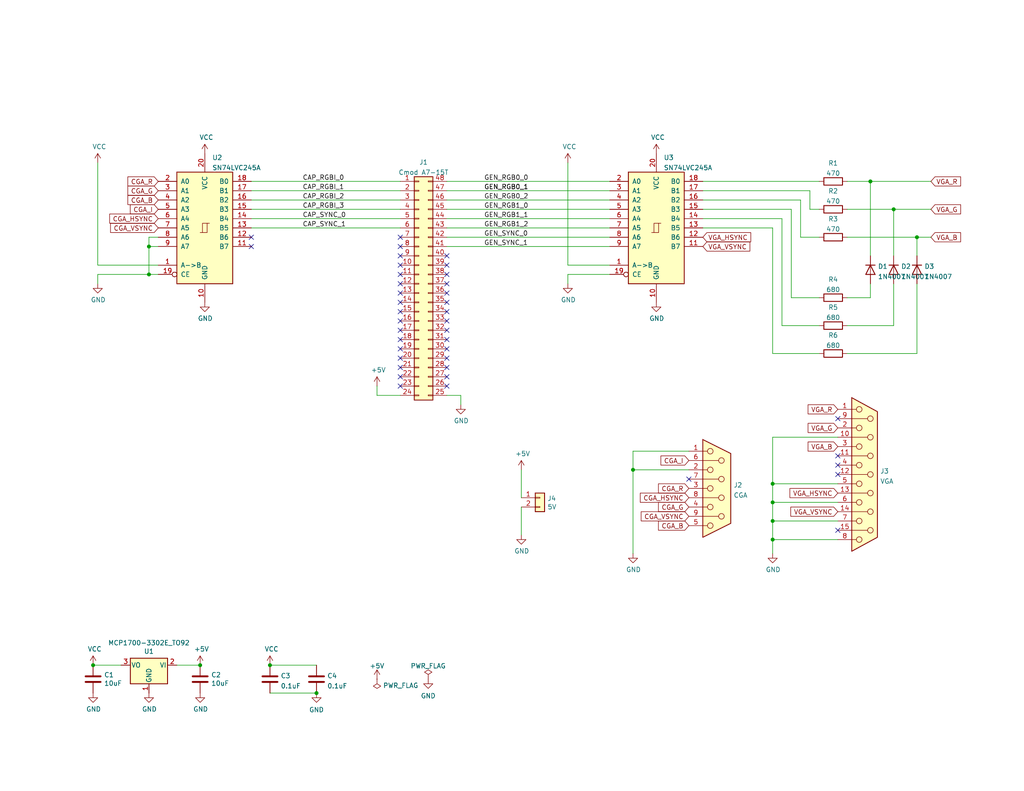
<source format=kicad_sch>
(kicad_sch (version 20211123) (generator eeschema)
  (paper "USLetter")
  (lib_symbols
    (symbol "74xx:74LS245" (pin_names (offset 1.016))
      (property "Reference" "U" (at -7.62 16.51 0))
      (property "Value" "74LS245" (at -7.62 -16.51 0))
      (symbol "74LS245_1_0"
        (polyline (pts (xy -0.635 -1.27) (xy -0.635 1.27) (xy 0.635 1.27)))
        (polyline (pts (xy -1.27 -1.27) (xy 0.635 -1.27) (xy 0.635 1.27) (xy 1.27 1.27)))
        (pin input line (at -12.7 -10.16 0) (length 5.08) (name "A->B") (number "1"))
        (pin power_in line (at 0 -20.32 90) (length 5.08) (name "GND") (number "10"))
        (pin tri_state line (at 12.7 -5.08 180) (length 5.08) (name "B7") (number "11"))
        (pin tri_state line (at 12.7 -2.54 180) (length 5.08) (name "B6") (number "12"))
        (pin tri_state line (at 12.7 0 180) (length 5.08) (name "B5") (number "13"))
        (pin tri_state line (at 12.7 2.54 180) (length 5.08) (name "B4") (number "14"))
        (pin tri_state line (at 12.7 5.08 180) (length 5.08) (name "B3") (number "15"))
        (pin tri_state line (at 12.7 7.62 180) (length 5.08) (name "B2") (number "16"))
        (pin tri_state line (at 12.7 10.16 180) (length 5.08) (name "B1") (number "17"))
        (pin tri_state line (at 12.7 12.7 180) (length 5.08) (name "B0") (number "18"))
        (pin input inverted (at -12.7 -12.7 0) (length 5.08) (name "CE") (number "19"))
        (pin tri_state line (at -12.7 12.7 0) (length 5.08) (name "A0") (number "2"))
        (pin power_in line (at 0 20.32 270) (length 5.08) (name "VCC") (number "20"))
        (pin tri_state line (at -12.7 10.16 0) (length 5.08) (name "A1") (number "3"))
        (pin tri_state line (at -12.7 7.62 0) (length 5.08) (name "A2") (number "4"))
        (pin tri_state line (at -12.7 5.08 0) (length 5.08) (name "A3") (number "5"))
        (pin tri_state line (at -12.7 2.54 0) (length 5.08) (name "A4") (number "6"))
        (pin tri_state line (at -12.7 0 0) (length 5.08) (name "A5") (number "7"))
        (pin tri_state line (at -12.7 -2.54 0) (length 5.08) (name "A6") (number "8"))
        (pin tri_state line (at -12.7 -5.08 0) (length 5.08) (name "A7") (number "9"))
      )
      (symbol "74LS245_1_1"
        (rectangle (start -7.62 15.24) (end 7.62 -15.24) (stroke (width 0.254)) (fill (type background)))
      )
    )
    (symbol "Connector:DB15_Female" (pin_names (offset 1.016) hide)
      (property "Reference" "J" (at 0.508 21.59 0))
      (property "Value" "DB15_Female" (at 0 -22.225 0))
      (symbol "DB15_Female_0_1"
        (circle (center -1.778 -17.78) (radius 0.762))
        (circle (center -1.778 -12.7) (radius 0.762))
        (circle (center -1.778 -7.62) (radius 0.762))
        (circle (center -1.778 -2.54) (radius 0.762))
        (circle (center -1.778 2.54) (radius 0.762))
        (circle (center -1.778 7.62) (radius 0.762))
        (circle (center -1.778 12.7) (radius 0.762))
        (circle (center -1.778 17.78) (radius 0.762))
        (polyline (pts (xy -3.81 -17.78) (xy -2.54 -17.78)))
        (polyline (pts (xy -3.81 -15.24) (xy 0.508 -15.24)))
        (polyline (pts (xy -3.81 -12.7) (xy -2.54 -12.7)))
        (polyline (pts (xy -3.81 -10.16) (xy 0.508 -10.16)))
        (polyline (pts (xy -3.81 -7.62) (xy -2.54 -7.62)))
        (polyline (pts (xy -3.81 -5.08) (xy 0.508 -5.08)))
        (polyline (pts (xy -3.81 -2.54) (xy -2.54 -2.54)))
        (polyline (pts (xy -3.81 0) (xy 0.508 0)))
        (polyline (pts (xy -3.81 2.54) (xy -2.54 2.54)))
        (polyline (pts (xy -3.81 5.08) (xy 0.508 5.08)))
        (polyline (pts (xy -3.81 7.62) (xy -2.54 7.62)))
        (polyline (pts (xy -3.81 10.16) (xy 0.508 10.16)))
        (polyline (pts (xy -3.81 12.7) (xy -2.54 12.7)))
        (polyline (pts (xy -3.81 15.24) (xy 0.508 15.24)))
        (polyline (pts (xy -3.81 17.78) (xy -2.54 17.78)))
        (polyline (pts (xy -3.81 20.955) (xy 3.175 17.145) (xy 3.175 -17.145) (xy -3.81 -20.955) (xy -3.81 20.955)) (stroke (width 0.254)) (fill (type background)))
        (circle (center 1.27 -15.24) (radius 0.762))
        (circle (center 1.27 -10.16) (radius 0.762))
        (circle (center 1.27 -5.08) (radius 0.762))
        (circle (center 1.27 0) (radius 0.762))
        (circle (center 1.27 5.08) (radius 0.762))
        (circle (center 1.27 10.16) (radius 0.762))
        (circle (center 1.27 15.24) (radius 0.762))
      )
      (symbol "DB15_Female_1_1"
        (pin passive line (at -7.62 17.78 0) (length 3.81) (name "1") (number "1"))
        (pin passive line (at -7.62 10.16 0) (length 3.81) (name "P10") (number "10"))
        (pin passive line (at -7.62 5.08 0) (length 3.81) (name "P111") (number "11"))
        (pin passive line (at -7.62 0 0) (length 3.81) (name "P12") (number "12"))
        (pin passive line (at -7.62 -5.08 0) (length 3.81) (name "P13") (number "13"))
        (pin passive line (at -7.62 -10.16 0) (length 3.81) (name "P14") (number "14"))
        (pin passive line (at -7.62 -15.24 0) (length 3.81) (name "P15") (number "15"))
        (pin passive line (at -7.62 12.7 0) (length 3.81) (name "2") (number "2"))
        (pin passive line (at -7.62 7.62 0) (length 3.81) (name "3") (number "3"))
        (pin passive line (at -7.62 2.54 0) (length 3.81) (name "4") (number "4"))
        (pin passive line (at -7.62 -2.54 0) (length 3.81) (name "5") (number "5"))
        (pin passive line (at -7.62 -7.62 0) (length 3.81) (name "6") (number "6"))
        (pin passive line (at -7.62 -12.7 0) (length 3.81) (name "7") (number "7"))
        (pin passive line (at -7.62 -17.78 0) (length 3.81) (name "8") (number "8"))
        (pin passive line (at -7.62 15.24 0) (length 3.81) (name "P9") (number "9"))
      )
    )
    (symbol "Connector:DB9_Female" (pin_names (offset 1.016) hide)
      (property "Reference" "J" (at 0 13.97 0))
      (property "Value" "DB9_Female" (at 0 -14.605 0))
      (symbol "DB9_Female_0_1"
        (circle (center -1.778 -10.16) (radius 0.762))
        (circle (center -1.778 -5.08) (radius 0.762))
        (circle (center -1.778 0) (radius 0.762))
        (circle (center -1.778 5.08) (radius 0.762))
        (circle (center -1.778 10.16) (radius 0.762))
        (polyline (pts (xy -3.81 -10.16) (xy -2.54 -10.16)))
        (polyline (pts (xy -3.81 -7.62) (xy 0.508 -7.62)))
        (polyline (pts (xy -3.81 -5.08) (xy -2.54 -5.08)))
        (polyline (pts (xy -3.81 -2.54) (xy 0.508 -2.54)))
        (polyline (pts (xy -3.81 0) (xy -2.54 0)))
        (polyline (pts (xy -3.81 2.54) (xy 0.508 2.54)))
        (polyline (pts (xy -3.81 5.08) (xy -2.54 5.08)))
        (polyline (pts (xy -3.81 7.62) (xy 0.508 7.62)))
        (polyline (pts (xy -3.81 10.16) (xy -2.54 10.16)))
        (polyline (pts (xy -3.81 13.335) (xy -3.81 -13.335) (xy 3.81 -9.525) (xy 3.81 9.525) (xy -3.81 13.335)) (stroke (width 0.254)) (fill (type background)))
        (circle (center 1.27 -7.62) (radius 0.762))
        (circle (center 1.27 -2.54) (radius 0.762))
        (circle (center 1.27 2.54) (radius 0.762))
        (circle (center 1.27 7.62) (radius 0.762))
      )
      (symbol "DB9_Female_1_1"
        (pin passive line (at -7.62 10.16 0) (length 3.81) (name "1") (number "1"))
        (pin passive line (at -7.62 5.08 0) (length 3.81) (name "2") (number "2"))
        (pin passive line (at -7.62 0 0) (length 3.81) (name "3") (number "3"))
        (pin passive line (at -7.62 -5.08 0) (length 3.81) (name "4") (number "4"))
        (pin passive line (at -7.62 -10.16 0) (length 3.81) (name "5") (number "5"))
        (pin passive line (at -7.62 7.62 0) (length 3.81) (name "6") (number "6"))
        (pin passive line (at -7.62 2.54 0) (length 3.81) (name "7") (number "7"))
        (pin passive line (at -7.62 -2.54 0) (length 3.81) (name "8") (number "8"))
        (pin passive line (at -7.62 -7.62 0) (length 3.81) (name "9") (number "9"))
      )
    )
    (symbol "Connector_Generic:Conn_01x02" (pin_names (offset 1.016) hide)
      (property "Reference" "J" (at 0 2.54 0))
      (property "Value" "Conn_01x02" (at 0 -5.08 0))
      (symbol "Conn_01x02_1_1"
        (rectangle (start -1.27 -2.413) (end 0 -2.667) (stroke (width 0.1524)))
        (rectangle (start -1.27 0.127) (end 0 -0.127) (stroke (width 0.1524)))
        (rectangle (start -1.27 1.27) (end 1.27 -3.81) (stroke (width 0.254)) (fill (type background)))
        (pin passive line (at -5.08 0 0) (length 3.81) (name "Pin_1") (number "1"))
        (pin passive line (at -5.08 -2.54 0) (length 3.81) (name "Pin_2") (number "2"))
      )
    )
    (symbol "Connector_Generic:Conn_02x24_Counter_Clockwise" (pin_names (offset 1.016) hide)
      (property "Reference" "J" (at 1.27 30.48 0))
      (property "Value" "Conn_02x24_Counter_Clockwise" (at 1.27 -33.02 0))
      (symbol "Conn_02x24_Counter_Clockwise_1_1"
        (rectangle (start -1.27 -30.353) (end 0 -30.607) (stroke (width 0.1524)))
        (rectangle (start -1.27 -27.813) (end 0 -28.067) (stroke (width 0.1524)))
        (rectangle (start -1.27 -25.273) (end 0 -25.527) (stroke (width 0.1524)))
        (rectangle (start -1.27 -22.733) (end 0 -22.987) (stroke (width 0.1524)))
        (rectangle (start -1.27 -20.193) (end 0 -20.447) (stroke (width 0.1524)))
        (rectangle (start -1.27 -17.653) (end 0 -17.907) (stroke (width 0.1524)))
        (rectangle (start -1.27 -15.113) (end 0 -15.367) (stroke (width 0.1524)))
        (rectangle (start -1.27 -12.573) (end 0 -12.827) (stroke (width 0.1524)))
        (rectangle (start -1.27 -10.033) (end 0 -10.287) (stroke (width 0.1524)))
        (rectangle (start -1.27 -7.493) (end 0 -7.747) (stroke (width 0.1524)))
        (rectangle (start -1.27 -4.953) (end 0 -5.207) (stroke (width 0.1524)))
        (rectangle (start -1.27 -2.413) (end 0 -2.667) (stroke (width 0.1524)))
        (rectangle (start -1.27 0.127) (end 0 -0.127) (stroke (width 0.1524)))
        (rectangle (start -1.27 2.667) (end 0 2.413) (stroke (width 0.1524)))
        (rectangle (start -1.27 5.207) (end 0 4.953) (stroke (width 0.1524)))
        (rectangle (start -1.27 7.747) (end 0 7.493) (stroke (width 0.1524)))
        (rectangle (start -1.27 10.287) (end 0 10.033) (stroke (width 0.1524)))
        (rectangle (start -1.27 12.827) (end 0 12.573) (stroke (width 0.1524)))
        (rectangle (start -1.27 15.367) (end 0 15.113) (stroke (width 0.1524)))
        (rectangle (start -1.27 17.907) (end 0 17.653) (stroke (width 0.1524)))
        (rectangle (start -1.27 20.447) (end 0 20.193) (stroke (width 0.1524)))
        (rectangle (start -1.27 22.987) (end 0 22.733) (stroke (width 0.1524)))
        (rectangle (start -1.27 25.527) (end 0 25.273) (stroke (width 0.1524)))
        (rectangle (start -1.27 28.067) (end 0 27.813) (stroke (width 0.1524)))
        (rectangle (start -1.27 29.21) (end 3.81 -31.75) (stroke (width 0.254)) (fill (type background)))
        (rectangle (start 3.81 -30.353) (end 2.54 -30.607) (stroke (width 0.1524)))
        (rectangle (start 3.81 -27.813) (end 2.54 -28.067) (stroke (width 0.1524)))
        (rectangle (start 3.81 -25.273) (end 2.54 -25.527) (stroke (width 0.1524)))
        (rectangle (start 3.81 -22.733) (end 2.54 -22.987) (stroke (width 0.1524)))
        (rectangle (start 3.81 -20.193) (end 2.54 -20.447) (stroke (width 0.1524)))
        (rectangle (start 3.81 -17.653) (end 2.54 -17.907) (stroke (width 0.1524)))
        (rectangle (start 3.81 -15.113) (end 2.54 -15.367) (stroke (width 0.1524)))
        (rectangle (start 3.81 -12.573) (end 2.54 -12.827) (stroke (width 0.1524)))
        (rectangle (start 3.81 -10.033) (end 2.54 -10.287) (stroke (width 0.1524)))
        (rectangle (start 3.81 -7.493) (end 2.54 -7.747) (stroke (width 0.1524)))
        (rectangle (start 3.81 -4.953) (end 2.54 -5.207) (stroke (width 0.1524)))
        (rectangle (start 3.81 -2.413) (end 2.54 -2.667) (stroke (width 0.1524)))
        (rectangle (start 3.81 0.127) (end 2.54 -0.127) (stroke (width 0.1524)))
        (rectangle (start 3.81 2.667) (end 2.54 2.413) (stroke (width 0.1524)))
        (rectangle (start 3.81 5.207) (end 2.54 4.953) (stroke (width 0.1524)))
        (rectangle (start 3.81 7.747) (end 2.54 7.493) (stroke (width 0.1524)))
        (rectangle (start 3.81 10.287) (end 2.54 10.033) (stroke (width 0.1524)))
        (rectangle (start 3.81 12.827) (end 2.54 12.573) (stroke (width 0.1524)))
        (rectangle (start 3.81 15.367) (end 2.54 15.113) (stroke (width 0.1524)))
        (rectangle (start 3.81 17.907) (end 2.54 17.653) (stroke (width 0.1524)))
        (rectangle (start 3.81 20.447) (end 2.54 20.193) (stroke (width 0.1524)))
        (rectangle (start 3.81 22.987) (end 2.54 22.733) (stroke (width 0.1524)))
        (rectangle (start 3.81 25.527) (end 2.54 25.273) (stroke (width 0.1524)))
        (rectangle (start 3.81 28.067) (end 2.54 27.813) (stroke (width 0.1524)))
        (pin passive line (at -5.08 27.94 0) (length 3.81) (name "Pin_1") (number "1"))
        (pin passive line (at -5.08 5.08 0) (length 3.81) (name "Pin_10") (number "10"))
        (pin passive line (at -5.08 2.54 0) (length 3.81) (name "Pin_11") (number "11"))
        (pin passive line (at -5.08 0 0) (length 3.81) (name "Pin_12") (number "12"))
        (pin passive line (at -5.08 -2.54 0) (length 3.81) (name "Pin_13") (number "13"))
        (pin passive line (at -5.08 -5.08 0) (length 3.81) (name "Pin_14") (number "14"))
        (pin passive line (at -5.08 -7.62 0) (length 3.81) (name "Pin_15") (number "15"))
        (pin passive line (at -5.08 -10.16 0) (length 3.81) (name "Pin_16") (number "16"))
        (pin passive line (at -5.08 -12.7 0) (length 3.81) (name "Pin_17") (number "17"))
        (pin passive line (at -5.08 -15.24 0) (length 3.81) (name "Pin_18") (number "18"))
        (pin passive line (at -5.08 -17.78 0) (length 3.81) (name "Pin_19") (number "19"))
        (pin passive line (at -5.08 25.4 0) (length 3.81) (name "Pin_2") (number "2"))
        (pin passive line (at -5.08 -20.32 0) (length 3.81) (name "Pin_20") (number "20"))
        (pin passive line (at -5.08 -22.86 0) (length 3.81) (name "Pin_21") (number "21"))
        (pin passive line (at -5.08 -25.4 0) (length 3.81) (name "Pin_22") (number "22"))
        (pin passive line (at -5.08 -27.94 0) (length 3.81) (name "Pin_23") (number "23"))
        (pin passive line (at -5.08 -30.48 0) (length 3.81) (name "Pin_24") (number "24"))
        (pin passive line (at 7.62 -30.48 180) (length 3.81) (name "Pin_25") (number "25"))
        (pin passive line (at 7.62 -27.94 180) (length 3.81) (name "Pin_26") (number "26"))
        (pin passive line (at 7.62 -25.4 180) (length 3.81) (name "Pin_27") (number "27"))
        (pin passive line (at 7.62 -22.86 180) (length 3.81) (name "Pin_28") (number "28"))
        (pin passive line (at 7.62 -20.32 180) (length 3.81) (name "Pin_29") (number "29"))
        (pin passive line (at -5.08 22.86 0) (length 3.81) (name "Pin_3") (number "3"))
        (pin passive line (at 7.62 -17.78 180) (length 3.81) (name "Pin_30") (number "30"))
        (pin passive line (at 7.62 -15.24 180) (length 3.81) (name "Pin_31") (number "31"))
        (pin passive line (at 7.62 -12.7 180) (length 3.81) (name "Pin_32") (number "32"))
        (pin passive line (at 7.62 -10.16 180) (length 3.81) (name "Pin_33") (number "33"))
        (pin passive line (at 7.62 -7.62 180) (length 3.81) (name "Pin_34") (number "34"))
        (pin passive line (at 7.62 -5.08 180) (length 3.81) (name "Pin_35") (number "35"))
        (pin passive line (at 7.62 -2.54 180) (length 3.81) (name "Pin_36") (number "36"))
        (pin passive line (at 7.62 0 180) (length 3.81) (name "Pin_37") (number "37"))
        (pin passive line (at 7.62 2.54 180) (length 3.81) (name "Pin_38") (number "38"))
        (pin passive line (at 7.62 5.08 180) (length 3.81) (name "Pin_39") (number "39"))
        (pin passive line (at -5.08 20.32 0) (length 3.81) (name "Pin_4") (number "4"))
        (pin passive line (at 7.62 7.62 180) (length 3.81) (name "Pin_40") (number "40"))
        (pin passive line (at 7.62 10.16 180) (length 3.81) (name "Pin_41") (number "41"))
        (pin passive line (at 7.62 12.7 180) (length 3.81) (name "Pin_42") (number "42"))
        (pin passive line (at 7.62 15.24 180) (length 3.81) (name "Pin_43") (number "43"))
        (pin passive line (at 7.62 17.78 180) (length 3.81) (name "Pin_44") (number "44"))
        (pin passive line (at 7.62 20.32 180) (length 3.81) (name "Pin_45") (number "45"))
        (pin passive line (at 7.62 22.86 180) (length 3.81) (name "Pin_46") (number "46"))
        (pin passive line (at 7.62 25.4 180) (length 3.81) (name "Pin_47") (number "47"))
        (pin passive line (at 7.62 27.94 180) (length 3.81) (name "Pin_48") (number "48"))
        (pin passive line (at -5.08 17.78 0) (length 3.81) (name "Pin_5") (number "5"))
        (pin passive line (at -5.08 15.24 0) (length 3.81) (name "Pin_6") (number "6"))
        (pin passive line (at -5.08 12.7 0) (length 3.81) (name "Pin_7") (number "7"))
        (pin passive line (at -5.08 10.16 0) (length 3.81) (name "Pin_8") (number "8"))
        (pin passive line (at -5.08 7.62 0) (length 3.81) (name "Pin_9") (number "9"))
      )
    )
    (symbol "Device:C" (pin_numbers hide) (pin_names (offset 0.254))
      (property "Reference" "C" (at 0.635 2.54 0))
      (property "Value" "C" (at 0.635 -2.54 0))
      (symbol "C_0_1"
        (polyline (pts (xy -2.032 -0.762) (xy 2.032 -0.762)) (stroke (width 0.508)))
        (polyline (pts (xy -2.032 0.762) (xy 2.032 0.762)) (stroke (width 0.508)))
      )
      (symbol "C_1_1"
        (pin passive line (at 0 3.81 270) (length 2.794) (name "~") (number "1"))
        (pin passive line (at 0 -3.81 90) (length 2.794) (name "~") (number "2"))
      )
    )
    (symbol "Device:D" (pin_numbers hide) (pin_names (offset 1.016) hide)
      (property "Reference" "D" (at 0 2.54 0))
      (property "Value" "D" (at 0 -2.54 0))
      (symbol "D_0_1"
        (polyline (pts (xy -1.27 1.27) (xy -1.27 -1.27)) (stroke (width 0.254)))
        (polyline (pts (xy 1.27 0) (xy -1.27 0)))
        (polyline (pts (xy 1.27 1.27) (xy 1.27 -1.27) (xy -1.27 0) (xy 1.27 1.27)) (stroke (width 0.254)))
      )
      (symbol "D_1_1"
        (pin passive line (at -3.81 0 0) (length 2.54) (name "K") (number "1"))
        (pin passive line (at 3.81 0 180) (length 2.54) (name "A") (number "2"))
      )
    )
    (symbol "Device:R" (pin_numbers hide) (pin_names (offset 0))
      (property "Reference" "R" (at 2.032 0 90))
      (property "Value" "R" (at 0 0 90))
      (symbol "R_0_1"
        (rectangle (start -1.016 -2.54) (end 1.016 2.54) (stroke (width 0.254)))
      )
      (symbol "R_1_1"
        (pin passive line (at 0 3.81 270) (length 1.27) (name "~") (number "1"))
        (pin passive line (at 0 -3.81 90) (length 1.27) (name "~") (number "2"))
      )
    )
    (symbol "Regulator_Linear:MCP1700-3302E_TO92" (pin_names (offset 0.254))
      (property "Reference" "U" (at -3.81 -3.175 0))
      (property "Value" "MCP1700-3302E_TO92" (at 0 -3.175 0))
      (symbol "MCP1700-3302E_TO92_0_1"
        (rectangle (start -5.08 5.08) (end 5.08 -1.905) (stroke (width 0.254)) (fill (type background)))
      )
      (symbol "MCP1700-3302E_TO92_1_1"
        (pin power_in line (at 0 7.62 270) (length 2.54) (name "GND") (number "1"))
        (pin power_in line (at -7.62 0 0) (length 2.54) (name "VI") (number "2"))
        (pin power_out line (at 7.62 0 180) (length 2.54) (name "VO") (number "3"))
      )
    )
    (symbol "power:+5V" (power) (pin_names (offset 0))
      (property "Value" "+5V" (at 0 3.556 0))
      (symbol "+5V_0_1"
        (polyline (pts (xy -0.762 1.27) (xy 0 2.54)))
        (polyline (pts (xy 0 0) (xy 0 2.54)))
        (polyline (pts (xy 0 2.54) (xy 0.762 1.27)))
      )
      (symbol "+5V_1_1"
        (pin power_in line (at 0 0 90) (length 0) hide (name "+5V") (number "1"))
      )
    )
    (symbol "power:GND" (power) (pin_names (offset 0))
      (property "Value" "GND" (at 0 -3.81 0))
      (symbol "GND_0_1"
        (polyline (pts (xy 0 0) (xy 0 -1.27) (xy 1.27 -1.27) (xy 0 -2.54) (xy -1.27 -1.27) (xy 0 -1.27)))
      )
      (symbol "GND_1_1"
        (pin power_in line (at 0 0 270) (length 0) hide (name "GND") (number "1"))
      )
    )
    (symbol "power:PWR_FLAG" (power) (pin_numbers hide) (pin_names (offset 0) hide)
      (property "Value" "PWR_FLAG" (at 0 3.81 0))
      (symbol "PWR_FLAG_0_0"
        (pin power_out line (at 0 0 90) (length 0) (name "pwr") (number "1"))
      )
      (symbol "PWR_FLAG_0_1"
        (polyline (pts (xy 0 0) (xy 0 1.27) (xy -1.016 1.905) (xy 0 2.54) (xy 1.016 1.905) (xy 0 1.27)))
      )
    )
    (symbol "power:VCC" (power) (pin_names (offset 0))
      (property "Value" "VCC" (at 0 3.81 0))
      (symbol "VCC_0_1"
        (polyline (pts (xy -0.762 1.27) (xy 0 2.54)))
        (polyline (pts (xy 0 0) (xy 0 2.54)))
        (polyline (pts (xy 0 2.54) (xy 0.762 1.27)))
      )
      (symbol "VCC_1_1"
        (pin power_in line (at 0 0 90) (length 0) hide (name "VCC") (number "1"))
      )
    )
  )
  (junction (at 210.82 132.08))
  (junction (at 210.82 137.16))
  (junction (at 54.61 181.61))
  (junction (at 243.84 57.15))
  (junction (at 40.64 67.31))
  (junction (at 86.36 189.23))
  (junction (at 40.64 74.93))
  (junction (at 73.66 181.61))
  (junction (at 172.72 128.27))
  (junction (at 210.82 147.32))
  (junction (at 250.19 64.77))
  (junction (at 237.49 49.53))
  (junction (at 210.82 142.24))
  (junction (at 25.4 181.61))
  (no_connect (at 228.6 144.78))
  (no_connect (at 121.92 85.09))
  (no_connect (at 121.92 87.63))
  (no_connect (at 121.92 90.17))
  (no_connect (at 121.92 92.71))
  (no_connect (at 121.92 95.25))
  (no_connect (at 121.92 97.79))
  (no_connect (at 121.92 105.41))
  (no_connect (at 121.92 102.87))
  (no_connect (at 121.92 100.33))
  (no_connect (at 109.22 92.71))
  (no_connect (at 109.22 90.17))
  (no_connect (at 109.22 87.63))
  (no_connect (at 109.22 85.09))
  (no_connect (at 109.22 82.55))
  (no_connect (at 109.22 80.01))
  (no_connect (at 109.22 77.47))
  (no_connect (at 109.22 74.93))
  (no_connect (at 109.22 105.41))
  (no_connect (at 109.22 102.87))
  (no_connect (at 109.22 100.33))
  (no_connect (at 109.22 95.25))
  (no_connect (at 109.22 97.79))
  (no_connect (at 121.92 72.39))
  (no_connect (at 121.92 74.93))
  (no_connect (at 121.92 77.47))
  (no_connect (at 121.92 80.01))
  (no_connect (at 121.92 82.55))
  (no_connect (at 109.22 72.39))
  (no_connect (at 109.22 69.85))
  (no_connect (at 109.22 67.31))
  (no_connect (at 109.22 64.77))
  (no_connect (at 121.92 69.85))
  (no_connect (at 228.6 129.54))
  (no_connect (at 228.6 127))
  (no_connect (at 228.6 114.3))
  (no_connect (at 187.96 130.81))
  (no_connect (at 68.58 64.77))
  (no_connect (at 68.58 67.31))
  (no_connect (at 228.6 124.46))
  (wire (pts (xy 243.84 57.15) (xy 243.84 69.85)))
  (wire (pts (xy 250.19 64.77) (xy 250.19 69.85)))
  (wire (pts (xy 231.14 57.15) (xy 243.84 57.15)))
  (wire (pts (xy 210.82 147.32) (xy 210.82 151.13)))
  (wire (pts (xy 68.58 59.69) (xy 109.22 59.69)))
  (wire (pts (xy 121.92 107.95) (xy 125.73 107.95)))
  (wire (pts (xy 121.92 52.07) (xy 166.37 52.07)))
  (wire (pts (xy 40.64 64.77) (xy 40.64 67.31)))
  (wire (pts (xy 40.64 74.93) (xy 43.18 74.93)))
  (wire (pts (xy 243.84 77.47) (xy 243.84 88.9)))
  (wire (pts (xy 121.92 67.31) (xy 166.37 67.31)))
  (wire (pts (xy 191.77 52.07) (xy 220.98 52.07)))
  (wire (pts (xy 121.92 64.77) (xy 166.37 64.77)))
  (wire (pts (xy 218.44 64.77) (xy 223.52 64.77)))
  (wire (pts (xy 210.82 137.16) (xy 210.82 142.24)))
  (wire (pts (xy 154.94 74.93) (xy 166.37 74.93)))
  (wire (pts (xy 210.82 132.08) (xy 210.82 137.16)))
  (wire (pts (xy 68.58 52.07) (xy 109.22 52.07)))
  (wire (pts (xy 172.72 123.19) (xy 172.72 128.27)))
  (wire (pts (xy 121.92 54.61) (xy 166.37 54.61)))
  (wire (pts (xy 210.82 62.23) (xy 210.82 96.52)))
  (wire (pts (xy 26.67 44.45) (xy 26.67 72.39)))
  (wire (pts (xy 73.66 181.61) (xy 86.36 181.61)))
  (wire (pts (xy 172.72 128.27) (xy 172.72 151.13)))
  (wire (pts (xy 154.94 44.45) (xy 154.94 72.39)))
  (wire (pts (xy 121.92 62.23) (xy 166.37 62.23)))
  (wire (pts (xy 231.14 81.28) (xy 237.49 81.28)))
  (wire (pts (xy 250.19 77.47) (xy 250.19 96.52)))
  (wire (pts (xy 210.82 132.08) (xy 228.6 132.08)))
  (wire (pts (xy 68.58 62.23) (xy 109.22 62.23)))
  (wire (pts (xy 220.98 52.07) (xy 220.98 57.15)))
  (wire (pts (xy 237.49 77.47) (xy 237.49 81.28)))
  (wire (pts (xy 154.94 72.39) (xy 166.37 72.39)))
  (wire (pts (xy 237.49 49.53) (xy 254 49.53)))
  (wire (pts (xy 172.72 128.27) (xy 187.96 128.27)))
  (wire (pts (xy 26.67 74.93) (xy 26.67 77.47)))
  (wire (pts (xy 228.6 119.38) (xy 210.82 119.38)))
  (wire (pts (xy 228.6 137.16) (xy 210.82 137.16)))
  (wire (pts (xy 26.67 72.39) (xy 43.18 72.39)))
  (wire (pts (xy 231.14 88.9) (xy 243.84 88.9)))
  (wire (pts (xy 48.26 181.61) (xy 54.61 181.61)))
  (wire (pts (xy 191.77 59.69) (xy 213.36 59.69)))
  (wire (pts (xy 40.64 67.31) (xy 43.18 67.31)))
  (wire (pts (xy 172.72 123.19) (xy 187.96 123.19)))
  (wire (pts (xy 25.4 181.61) (xy 33.02 181.61)))
  (wire (pts (xy 243.84 57.15) (xy 254 57.15)))
  (wire (pts (xy 210.82 142.24) (xy 228.6 142.24)))
  (wire (pts (xy 213.36 59.69) (xy 213.36 88.9)))
  (wire (pts (xy 121.92 59.69) (xy 166.37 59.69)))
  (wire (pts (xy 68.58 57.15) (xy 109.22 57.15)))
  (wire (pts (xy 215.9 57.15) (xy 215.9 81.28)))
  (wire (pts (xy 142.24 138.43) (xy 142.24 146.05)))
  (wire (pts (xy 40.64 67.31) (xy 40.64 74.93)))
  (wire (pts (xy 191.77 62.23) (xy 210.82 62.23)))
  (wire (pts (xy 215.9 81.28) (xy 223.52 81.28)))
  (wire (pts (xy 220.98 57.15) (xy 223.52 57.15)))
  (wire (pts (xy 121.92 57.15) (xy 166.37 57.15)))
  (wire (pts (xy 231.14 49.53) (xy 237.49 49.53)))
  (wire (pts (xy 73.66 189.23) (xy 86.36 189.23)))
  (wire (pts (xy 210.82 96.52) (xy 223.52 96.52)))
  (wire (pts (xy 250.19 64.77) (xy 254 64.77)))
  (wire (pts (xy 237.49 49.53) (xy 237.49 69.85)))
  (wire (pts (xy 125.73 107.95) (xy 125.73 110.49)))
  (wire (pts (xy 191.77 57.15) (xy 215.9 57.15)))
  (wire (pts (xy 231.14 96.52) (xy 250.19 96.52)))
  (wire (pts (xy 210.82 142.24) (xy 210.82 147.32)))
  (wire (pts (xy 43.18 64.77) (xy 40.64 64.77)))
  (wire (pts (xy 26.67 74.93) (xy 40.64 74.93)))
  (wire (pts (xy 210.82 147.32) (xy 228.6 147.32)))
  (wire (pts (xy 213.36 88.9) (xy 223.52 88.9)))
  (wire (pts (xy 142.24 135.89) (xy 142.24 128.27)))
  (wire (pts (xy 68.58 49.53) (xy 109.22 49.53)))
  (wire (pts (xy 154.94 74.93) (xy 154.94 77.47)))
  (wire (pts (xy 218.44 54.61) (xy 218.44 64.77)))
  (wire (pts (xy 191.77 49.53) (xy 223.52 49.53)))
  (wire (pts (xy 231.14 64.77) (xy 250.19 64.77)))
  (wire (pts (xy 102.87 107.95) (xy 102.87 105.41)))
  (wire (pts (xy 191.77 54.61) (xy 218.44 54.61)))
  (wire (pts (xy 210.82 119.38) (xy 210.82 132.08)))
  (wire (pts (xy 109.22 107.95) (xy 102.87 107.95)))
  (wire (pts (xy 68.58 54.61) (xy 109.22 54.61)))
  (wire (pts (xy 121.92 49.53) (xy 166.37 49.53)))
  (label "GEN_RGB0_1" (at 132.08 52.07 0))
  (label "GEN_SYNC_0" (at 132.08 64.77 0))
  (label "GEN_RGB0_0" (at 132.08 49.53 0))
  (label "CAP_RGBI_2" (at 82.55 54.61 0))
  (label "CAP_RGBI_0" (at 82.55 49.53 0))
  (label "GEN_RGB1_0" (at 132.08 57.15 0))
  (label "CAP_SYNC_0" (at 82.55 59.69 0))
  (label "CAP_RGBI_3" (at 82.55 57.15 0))
  (label "GEN_RGB0_1" (at 132.08 52.07 0))
  (label "GEN_RGB0_2" (at 132.08 54.61 0))
  (label "GEN_RGB1_1" (at 132.08 59.69 0))
  (label "GEN_SYNC_1" (at 132.08 67.31 0))
  (label "CAP_SYNC_1" (at 82.55 62.23 0))
  (label "GEN_RGB1_2" (at 132.08 62.23 0))
  (label "CAP_RGBI_1" (at 82.55 52.07 0))
  (global_label "CGA_VSYNC" (shape input) (at 43.18 62.23 180) (property "Intersheet References" "${INTERSHEET_REFS}" (effects hide)))
  (global_label "CGA_HSYNC" (shape input) (at 43.18 59.69 180) (property "Intersheet References" "${INTERSHEET_REFS}" (effects hide)))
  (global_label "VGA_HSYNC" (shape input) (at 191.77 64.77 0) (property "Intersheet References" "${INTERSHEET_REFS}" (effects hide)))
  (global_label "VGA_HSYNC" (shape input) (at 228.6 134.62 180) (property "Intersheet References" "${INTERSHEET_REFS}" (effects hide)))
  (global_label "CGA_G" (shape input) (at 43.18 52.07 180) (property "Intersheet References" "${INTERSHEET_REFS}" (effects hide)))
  (global_label "CGA_I" (shape input) (at 187.96 125.73 180) (property "Intersheet References" "${INTERSHEET_REFS}" (effects hide)))
  (global_label "CGA_R" (shape input) (at 187.96 133.35 180) (property "Intersheet References" "${INTERSHEET_REFS}" (effects hide)))
  (global_label "CGA_B" (shape input) (at 187.96 143.51 180) (property "Intersheet References" "${INTERSHEET_REFS}" (effects hide)))
  (global_label "VGA_G" (shape input) (at 228.6 116.84 180) (property "Intersheet References" "${INTERSHEET_REFS}" (effects hide)))
  (global_label "VGA_B" (shape input) (at 228.6 121.92 180) (property "Intersheet References" "${INTERSHEET_REFS}" (effects hide)))
  (global_label "CGA_VSYNC" (shape input) (at 187.96 140.97 180) (property "Intersheet References" "${INTERSHEET_REFS}" (effects hide)))
  (global_label "CGA_R" (shape input) (at 43.18 49.53 180) (property "Intersheet References" "${INTERSHEET_REFS}" (effects hide)))
  (global_label "CGA_HSYNC" (shape input) (at 187.96 135.89 180) (property "Intersheet References" "${INTERSHEET_REFS}" (effects hide)))
  (global_label "VGA_G" (shape input) (at 254 57.15 0) (property "Intersheet References" "${INTERSHEET_REFS}" (effects hide)))
  (global_label "VGA_R" (shape input) (at 228.6 111.76 180) (property "Intersheet References" "${INTERSHEET_REFS}" (effects hide)))
  (global_label "VGA_VSYNC" (shape input) (at 191.77 67.31 0) (property "Intersheet References" "${INTERSHEET_REFS}" (effects hide)))
  (global_label "CGA_G" (shape input) (at 187.96 138.43 180) (property "Intersheet References" "${INTERSHEET_REFS}" (effects hide)))
  (global_label "VGA_B" (shape input) (at 254 64.77 0) (property "Intersheet References" "${INTERSHEET_REFS}" (effects hide)))
  (global_label "CGA_I" (shape input) (at 43.18 57.15 180) (property "Intersheet References" "${INTERSHEET_REFS}" (effects hide)))
  (global_label "VGA_VSYNC" (shape input) (at 228.6 139.7 180) (property "Intersheet References" "${INTERSHEET_REFS}" (effects hide)))
  (global_label "CGA_B" (shape input) (at 43.18 54.61 180) (property "Intersheet References" "${INTERSHEET_REFS}" (effects hide)))
  (global_label "VGA_R" (shape input) (at 254 49.53 0) (property "Intersheet References" "${INTERSHEET_REFS}" (effects hide)))
  (symbol (lib_id "Device:R") (at 227.33 81.28 90) (unit 1)
    (property "Reference" "R4" (at 227.33 76.2975 90))
    (property "Value" "680" (at 227.33 79.0726 90))
    (property "Footprint" "Resistor_THT:R_Axial_DIN0207_L6.3mm_D2.5mm_P7.62mm_Horizontal" (effects hide))
  )
  (symbol (lib_id "power:+5V") (at 142.24 128.27 0) (unit 1)
    (property "Reference" "#PWR020" (effects hide))
    (property "Value" "+5V" (at 142.621 123.8758 0))
  )
  (symbol (lib_id "power:GND") (at 116.84 185.42 0) (unit 1)
    (property "Reference" "#PWR0102" (effects hide))
    (property "Value" "GND" (at 116.84 189.9825 0))
  )
  (symbol (lib_id "Connector:DB9_Female") (at 195.58 133.35 0) (unit 1)
    (property "Reference" "J2" (at 200.152 132.4415 0) (effects (justify left)))
    (property "Value" "CGA" (at 200.152 135.2166 0) (effects (justify left)))
    (property "Footprint" "cga2vga:LD09S13A4GX00LF" (effects hide))
    (property "Datasheet" " ~" (effects hide))
  )
  (symbol (lib_id "Device:C") (at 25.4 185.42 0) (unit 1)
    (property "Reference" "C1" (at 28.3972 184.2516 0) (effects (justify left)))
    (property "Value" "10uF" (at 28.3972 186.563 0) (effects (justify left)))
    (property "Footprint" "Capacitor_THT:C_Disc_D5.0mm_W2.5mm_P5.00mm" (effects hide))
  )
  (symbol (lib_id "power:GND") (at 55.88 82.55 0) (unit 1)
    (property "Reference" "#PWR09" (effects hide))
    (property "Value" "GND" (at 56.007 86.9442 0))
  )
  (symbol (lib_id "Device:D") (at 243.84 73.66 270) (unit 1)
    (property "Reference" "D2" (at 245.872 72.7515 90) (effects (justify left)))
    (property "Value" "1N4007" (at 245.872 75.5266 90) (effects (justify left)))
    (property "Footprint" "Diode_THT:D_A-405_P7.62mm_Horizontal" (effects hide))
  )
  (symbol (lib_id "power:+5V") (at 102.87 185.42 0) (unit 1)
    (property "Reference" "#PWR0103" (effects hide))
    (property "Value" "+5V" (at 102.87 181.8155 0))
  )
  (symbol (lib_id "Device:R") (at 227.33 88.9 90) (unit 1)
    (property "Reference" "R5" (at 227.33 83.9175 90))
    (property "Value" "680" (at 227.33 86.6926 90))
    (property "Footprint" "Resistor_THT:R_Axial_DIN0207_L6.3mm_D2.5mm_P7.62mm_Horizontal" (effects hide))
  )
  (symbol (lib_id "Connector_Generic:Conn_01x02") (at 147.32 135.89 0) (unit 1)
    (property "Reference" "J4" (at 149.352 136.0932 0) (effects (justify left)))
    (property "Value" "5V" (at 149.352 138.4046 0) (effects (justify left)))
    (property "Footprint" "cga2vga:SHDR2W66P0X254_1X2_508X572X813P" (effects hide))
  )
  (symbol (lib_id "power:VCC") (at 55.88 41.91 0) (unit 1)
    (property "Reference" "#PWR08" (effects hide))
    (property "Value" "VCC" (at 56.3118 37.5158 0))
  )
  (symbol (lib_id "power:PWR_FLAG") (at 102.87 185.42 180) (unit 1)
    (property "Reference" "#FLG0102" (effects hide))
    (property "Value" "PWR_FLAG" (at 104.521 187.169 0) (effects (justify right)))
  )
  (symbol (lib_id "Device:C") (at 73.66 185.42 0) (unit 1)
    (property "Reference" "C3" (at 76.581 184.5115 0) (effects (justify left)))
    (property "Value" "0.1uF" (at 76.581 187.2866 0) (effects (justify left)))
    (property "Footprint" "Capacitor_THT:C_Disc_D3.0mm_W1.6mm_P2.50mm" (effects hide))
  )
  (symbol (lib_id "Connector_Generic:Conn_02x24_Counter_Clockwise") (at 114.3 77.47 0) (unit 1)
    (property "Reference" "J1" (at 115.57 44.2935 0))
    (property "Value" "Cmod A7-15T" (at 115.57 47.0686 0))
    (property "Footprint" "Package_DIP:DIP-48_W15.24mm_Socket" (effects hide))
  )
  (symbol (lib_id "power:GND") (at 54.61 189.23 0) (unit 1)
    (property "Reference" "#PWR07" (effects hide))
    (property "Value" "GND" (at 54.737 193.6242 0))
  )
  (symbol (lib_id "power:GND") (at 26.67 77.47 0) (unit 1)
    (property "Reference" "#PWR04" (effects hide))
    (property "Value" "GND" (at 26.797 81.8642 0))
  )
  (symbol (lib_id "power:GND") (at 86.36 189.23 0) (unit 1)
    (property "Reference" "#PWR019" (effects hide))
    (property "Value" "GND" (at 86.36 193.7925 0))
  )
  (symbol (lib_id "Device:C") (at 86.36 185.42 0) (unit 1)
    (property "Reference" "C4" (at 89.281 184.5115 0) (effects (justify left)))
    (property "Value" "0.1uF" (at 89.281 187.2866 0) (effects (justify left)))
    (property "Footprint" "Capacitor_THT:C_Disc_D3.0mm_W1.6mm_P2.50mm" (effects hide))
  )
  (symbol (lib_id "74xx:74LS245") (at 55.88 62.23 0) (unit 1)
    (property "Reference" "U2" (at 57.8994 43.0235 0) (effects (justify left)))
    (property "Value" "SN74LVC245A" (at 57.8994 45.7986 0) (effects (justify left)))
    (property "Footprint" "Package_DIP:DIP-20_W7.62mm_Socket" (effects hide))
    (property "Datasheet" "http://www.ti.com/lit/gpn/sn74LS245" (effects hide))
  )
  (symbol (lib_id "power:VCC") (at 179.07 41.91 0) (unit 1)
    (property "Reference" "#PWR015" (effects hide))
    (property "Value" "VCC" (at 179.5018 37.5158 0))
  )
  (symbol (lib_id "power:GND") (at 125.73 110.49 0) (unit 1)
    (property "Reference" "#PWR011" (effects hide))
    (property "Value" "GND" (at 125.857 114.8842 0))
  )
  (symbol (lib_id "power:PWR_FLAG") (at 116.84 185.42 0) (unit 1)
    (property "Reference" "#FLG0101" (effects hide))
    (property "Value" "PWR_FLAG" (at 116.84 181.8155 0))
  )
  (symbol (lib_id "Connector:DB15_Female") (at 236.22 129.54 0) (unit 1)
    (property "Reference" "J3" (at 240.157 128.6315 0) (effects (justify left)))
    (property "Value" "VGA" (at 240.157 131.4066 0) (effects (justify left)))
    (property "Footprint" "cga2vga:L77HDE15SD1CH4F" (effects hide))
    (property "Datasheet" " ~" (effects hide))
  )
  (symbol (lib_id "power:GND") (at 142.24 146.05 0) (unit 1)
    (property "Reference" "#PWR021" (effects hide))
    (property "Value" "GND" (at 142.367 150.4442 0))
  )
  (symbol (lib_id "power:VCC") (at 73.66 181.61 0) (unit 1)
    (property "Reference" "#PWR0101" (effects hide))
    (property "Value" "VCC" (at 74.0918 177.2158 0))
  )
  (symbol (lib_id "Regulator_Linear:MCP1700-3302E_TO92") (at 40.64 181.61 180) (unit 1)
    (property "Reference" "U1" (at 40.64 177.8254 0))
    (property "Value" "MCP1700-3302E_TO92" (at 40.64 175.514 0))
    (property "Footprint" "Package_TO_SOT_THT:TO-92_HandSolder" (effects hide))
    (property "Datasheet" "http://ww1.microchip.com/downloads/en/DeviceDoc/20001826D.pdf" (effects hide))
  )
  (symbol (lib_id "Device:R") (at 227.33 57.15 90) (unit 1)
    (property "Reference" "R2" (at 227.33 52.1675 90))
    (property "Value" "470" (at 227.33 54.9426 90))
    (property "Footprint" "Resistor_THT:R_Axial_DIN0207_L6.3mm_D2.5mm_P7.62mm_Horizontal" (effects hide))
  )
  (symbol (lib_id "power:VCC") (at 25.4 181.61 0) (unit 1)
    (property "Reference" "#PWR01" (effects hide))
    (property "Value" "VCC" (at 25.8318 177.2158 0))
  )
  (symbol (lib_id "power:GND") (at 210.82 151.13 0) (unit 1)
    (property "Reference" "#PWR017" (effects hide))
    (property "Value" "GND" (at 210.947 155.5242 0))
  )
  (symbol (lib_id "Device:R") (at 227.33 49.53 90) (unit 1)
    (property "Reference" "R1" (at 227.33 44.5475 90))
    (property "Value" "470" (at 227.33 47.3226 90))
    (property "Footprint" "Resistor_THT:R_Axial_DIN0207_L6.3mm_D2.5mm_P7.62mm_Horizontal" (effects hide))
  )
  (symbol (lib_id "Device:D") (at 250.19 73.66 270) (unit 1)
    (property "Reference" "D3" (at 252.222 72.7515 90) (effects (justify left)))
    (property "Value" "1N4007" (at 252.222 75.5266 90) (effects (justify left)))
    (property "Footprint" "Diode_THT:D_A-405_P7.62mm_Horizontal" (effects hide))
  )
  (symbol (lib_id "Device:C") (at 54.61 185.42 0) (unit 1)
    (property "Reference" "C2" (at 57.6072 184.2516 0) (effects (justify left)))
    (property "Value" "10uF" (at 57.6072 186.563 0) (effects (justify left)))
    (property "Footprint" "Capacitor_THT:C_Disc_D5.0mm_W2.5mm_P5.00mm" (effects hide))
  )
  (symbol (lib_id "74xx:74LS245") (at 179.07 62.23 0) (unit 1)
    (property "Reference" "U3" (at 181.0894 43.0235 0) (effects (justify left)))
    (property "Value" "SN74LVC245A" (at 181.0894 45.7986 0) (effects (justify left)))
    (property "Footprint" "Package_DIP:DIP-20_W7.62mm_Socket" (effects hide))
    (property "Datasheet" "http://www.ti.com/lit/gpn/sn74LS245" (effects hide))
  )
  (symbol (lib_id "Device:D") (at 237.49 73.66 270) (unit 1)
    (property "Reference" "D1" (at 239.522 72.7515 90) (effects (justify left)))
    (property "Value" "1N4007" (at 239.522 75.5266 90) (effects (justify left)))
    (property "Footprint" "Diode_THT:D_A-405_P7.62mm_Horizontal" (effects hide))
  )
  (symbol (lib_id "power:VCC") (at 26.67 44.45 0) (unit 1)
    (property "Reference" "#PWR03" (effects hide))
    (property "Value" "VCC" (at 27.1018 40.0558 0))
  )
  (symbol (lib_id "power:+5V") (at 102.87 105.41 0) (unit 1)
    (property "Reference" "#PWR010" (effects hide))
    (property "Value" "+5V" (at 103.251 101.0158 0))
  )
  (symbol (lib_id "power:GND") (at 179.07 82.55 0) (unit 1)
    (property "Reference" "#PWR016" (effects hide))
    (property "Value" "GND" (at 179.197 86.9442 0))
  )
  (symbol (lib_id "power:GND") (at 172.72 151.13 0) (unit 1)
    (property "Reference" "#PWR014" (effects hide))
    (property "Value" "GND" (at 172.847 155.5242 0))
  )
  (symbol (lib_id "power:GND") (at 25.4 189.23 0) (unit 1)
    (property "Reference" "#PWR02" (effects hide))
    (property "Value" "GND" (at 25.527 193.6242 0))
  )
  (symbol (lib_id "power:GND") (at 40.64 189.23 0) (unit 1)
    (property "Reference" "#PWR05" (effects hide))
    (property "Value" "GND" (at 40.767 193.6242 0))
  )
  (symbol (lib_id "power:VCC") (at 154.94 44.45 0) (unit 1)
    (property "Reference" "#PWR012" (effects hide))
    (property "Value" "VCC" (at 155.3718 40.0558 0))
  )
  (symbol (lib_id "power:GND") (at 154.94 77.47 0) (unit 1)
    (property "Reference" "#PWR013" (effects hide))
    (property "Value" "GND" (at 155.067 81.8642 0))
  )
  (symbol (lib_id "power:+5V") (at 54.61 181.61 0) (unit 1)
    (property "Reference" "#PWR06" (effects hide))
    (property "Value" "+5V" (at 54.991 177.2158 0))
  )
  (symbol (lib_id "Device:R") (at 227.33 64.77 90) (unit 1)
    (property "Reference" "R3" (at 227.33 59.7875 90))
    (property "Value" "470" (at 227.33 62.5626 90))
    (property "Footprint" "Resistor_THT:R_Axial_DIN0207_L6.3mm_D2.5mm_P7.62mm_Horizontal" (effects hide))
  )
  (symbol (lib_id "Device:R") (at 227.33 96.52 90) (unit 1)
    (property "Reference" "R6" (at 227.33 91.5375 90))
    (property "Value" "680" (at 227.33 94.3126 90))
    (property "Footprint" "Resistor_THT:R_Axial_DIN0207_L6.3mm_D2.5mm_P7.62mm_Horizontal" (effects hide))
  )
)
</source>
